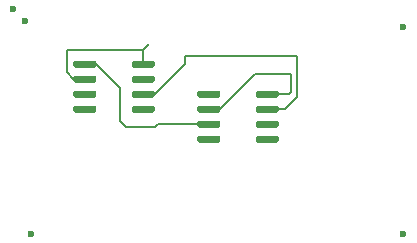
<source format=gtl>
G04 #@! TF.GenerationSoftware,KiCad,Pcbnew,8.0.9-8.0.9-0~ubuntu24.04.1*
G04 #@! TF.CreationDate,2025-11-26T22:56:42+00:00*
G04 #@! TF.ProjectId,greenenergyecu,67726565-6e65-46e6-9572-67796563752e,rev?*
G04 #@! TF.SameCoordinates,Original*
G04 #@! TF.FileFunction,Copper,L1,Top*
G04 #@! TF.FilePolarity,Positive*
%FSLAX46Y46*%
G04 Gerber Fmt 4.6, Leading zero omitted, Abs format (unit mm)*
G04 Created by KiCad (PCBNEW 8.0.9-8.0.9-0~ubuntu24.04.1) date 2025-11-26 22:56:42*
%MOMM*%
%LPD*%
G01*
G04 APERTURE LIST*
G04 #@! TA.AperFunction,ViaPad*
%ADD10C,0.600000*%
G04 #@! TD*
G04 #@! TA.AperFunction,Conductor*
%ADD11C,0.200000*%
G04 #@! TD*
G04 APERTURE END LIST*
G04 #@! TO.P,U2,1,GND*
G04 #@! TO.N,Net-(U1-Q)*
G04 #@! TA.AperFunction,SMDPad,CuDef*
G36*
G01*
X4075000Y-3840000D02*
X4075000Y-3540000D01*
G75*
G02*
X4225000Y-3390000I150000J0D01*
G01*
X5875000Y-3390000D01*
G75*
G02*
X6025000Y-3540000I0J-150000D01*
G01*
X6025000Y-3840000D01*
G75*
G02*
X5875000Y-3990000I-150000J0D01*
G01*
X4225000Y-3990000D01*
G75*
G02*
X4075000Y-3840000I0J150000D01*
G01*
G37*
G04 #@! TD.AperFunction*
G04 #@! TO.P,U2,2,TR*
G04 #@! TO.N,Net-(U2-TR)*
G04 #@! TA.AperFunction,SMDPad,CuDef*
G36*
G01*
X4075000Y-5110000D02*
X4075000Y-4810000D01*
G75*
G02*
X4225000Y-4660000I150000J0D01*
G01*
X5875000Y-4660000D01*
G75*
G02*
X6025000Y-4810000I0J-150000D01*
G01*
X6025000Y-5110000D01*
G75*
G02*
X5875000Y-5260000I-150000J0D01*
G01*
X4225000Y-5260000D01*
G75*
G02*
X4075000Y-5110000I0J150000D01*
G01*
G37*
G04 #@! TD.AperFunction*
G04 #@! TO.P,U2,3,Q*
G04 #@! TO.N,unconnected-(U2-Q-Pad3)*
G04 #@! TA.AperFunction,SMDPad,CuDef*
G36*
G01*
X4075000Y-6380000D02*
X4075000Y-6080000D01*
G75*
G02*
X4225000Y-5930000I150000J0D01*
G01*
X5875000Y-5930000D01*
G75*
G02*
X6025000Y-6080000I0J-150000D01*
G01*
X6025000Y-6380000D01*
G75*
G02*
X5875000Y-6530000I-150000J0D01*
G01*
X4225000Y-6530000D01*
G75*
G02*
X4075000Y-6380000I0J150000D01*
G01*
G37*
G04 #@! TD.AperFunction*
G04 #@! TO.P,U2,4,R*
G04 #@! TO.N,unconnected-(U2-R-Pad4)*
G04 #@! TA.AperFunction,SMDPad,CuDef*
G36*
G01*
X4075000Y-7650000D02*
X4075000Y-7350000D01*
G75*
G02*
X4225000Y-7200000I150000J0D01*
G01*
X5875000Y-7200000D01*
G75*
G02*
X6025000Y-7350000I0J-150000D01*
G01*
X6025000Y-7650000D01*
G75*
G02*
X5875000Y-7800000I-150000J0D01*
G01*
X4225000Y-7800000D01*
G75*
G02*
X4075000Y-7650000I0J150000D01*
G01*
G37*
G04 #@! TD.AperFunction*
G04 #@! TO.P,U2,5,CV*
G04 #@! TO.N,unconnected-(U2-CV-Pad5)*
G04 #@! TA.AperFunction,SMDPad,CuDef*
G36*
G01*
X9025000Y-7650000D02*
X9025000Y-7350000D01*
G75*
G02*
X9175000Y-7200000I150000J0D01*
G01*
X10825000Y-7200000D01*
G75*
G02*
X10975000Y-7350000I0J-150000D01*
G01*
X10975000Y-7650000D01*
G75*
G02*
X10825000Y-7800000I-150000J0D01*
G01*
X9175000Y-7800000D01*
G75*
G02*
X9025000Y-7650000I0J150000D01*
G01*
G37*
G04 #@! TD.AperFunction*
G04 #@! TO.P,U2,6,THR*
G04 #@! TO.N,Net-(U1-DIS)*
G04 #@! TA.AperFunction,SMDPad,CuDef*
G36*
G01*
X9025000Y-6380000D02*
X9025000Y-6080000D01*
G75*
G02*
X9175000Y-5930000I150000J0D01*
G01*
X10825000Y-5930000D01*
G75*
G02*
X10975000Y-6080000I0J-150000D01*
G01*
X10975000Y-6380000D01*
G75*
G02*
X10825000Y-6530000I-150000J0D01*
G01*
X9175000Y-6530000D01*
G75*
G02*
X9025000Y-6380000I0J150000D01*
G01*
G37*
G04 #@! TD.AperFunction*
G04 #@! TO.P,U2,7,DIS*
G04 #@! TO.N,unconnected-(U2-DIS-Pad7)*
G04 #@! TA.AperFunction,SMDPad,CuDef*
G36*
G01*
X9025000Y-5110000D02*
X9025000Y-4810000D01*
G75*
G02*
X9175000Y-4660000I150000J0D01*
G01*
X10825000Y-4660000D01*
G75*
G02*
X10975000Y-4810000I0J-150000D01*
G01*
X10975000Y-5110000D01*
G75*
G02*
X10825000Y-5260000I-150000J0D01*
G01*
X9175000Y-5260000D01*
G75*
G02*
X9025000Y-5110000I0J150000D01*
G01*
G37*
G04 #@! TD.AperFunction*
G04 #@! TO.P,U2,8,VCC*
G04 #@! TO.N,Net-(U2-TR)*
G04 #@! TA.AperFunction,SMDPad,CuDef*
G36*
G01*
X9025000Y-3840000D02*
X9025000Y-3540000D01*
G75*
G02*
X9175000Y-3390000I150000J0D01*
G01*
X10825000Y-3390000D01*
G75*
G02*
X10975000Y-3540000I0J-150000D01*
G01*
X10975000Y-3840000D01*
G75*
G02*
X10825000Y-3990000I-150000J0D01*
G01*
X9175000Y-3990000D01*
G75*
G02*
X9025000Y-3840000I0J150000D01*
G01*
G37*
G04 #@! TD.AperFunction*
G04 #@! TD*
G04 #@! TO.P,U1,1,GND*
G04 #@! TO.N,unconnected-(U1-GND-Pad1)*
G04 #@! TA.AperFunction,SMDPad,CuDef*
G36*
G01*
X14575000Y-6380000D02*
X14575000Y-6080000D01*
G75*
G02*
X14725000Y-5930000I150000J0D01*
G01*
X16375000Y-5930000D01*
G75*
G02*
X16525000Y-6080000I0J-150000D01*
G01*
X16525000Y-6380000D01*
G75*
G02*
X16375000Y-6530000I-150000J0D01*
G01*
X14725000Y-6530000D01*
G75*
G02*
X14575000Y-6380000I0J150000D01*
G01*
G37*
G04 #@! TD.AperFunction*
G04 #@! TO.P,U1,2,TR*
G04 #@! TO.N,Net-(U1-TR)*
G04 #@! TA.AperFunction,SMDPad,CuDef*
G36*
G01*
X14575000Y-7650000D02*
X14575000Y-7350000D01*
G75*
G02*
X14725000Y-7200000I150000J0D01*
G01*
X16375000Y-7200000D01*
G75*
G02*
X16525000Y-7350000I0J-150000D01*
G01*
X16525000Y-7650000D01*
G75*
G02*
X16375000Y-7800000I-150000J0D01*
G01*
X14725000Y-7800000D01*
G75*
G02*
X14575000Y-7650000I0J150000D01*
G01*
G37*
G04 #@! TD.AperFunction*
G04 #@! TO.P,U1,3,Q*
G04 #@! TO.N,Net-(U1-Q)*
G04 #@! TA.AperFunction,SMDPad,CuDef*
G36*
G01*
X14575000Y-8920000D02*
X14575000Y-8620000D01*
G75*
G02*
X14725000Y-8470000I150000J0D01*
G01*
X16375000Y-8470000D01*
G75*
G02*
X16525000Y-8620000I0J-150000D01*
G01*
X16525000Y-8920000D01*
G75*
G02*
X16375000Y-9070000I-150000J0D01*
G01*
X14725000Y-9070000D01*
G75*
G02*
X14575000Y-8920000I0J150000D01*
G01*
G37*
G04 #@! TD.AperFunction*
G04 #@! TO.P,U1,4,R*
G04 #@! TO.N,unconnected-(U1-R-Pad4)*
G04 #@! TA.AperFunction,SMDPad,CuDef*
G36*
G01*
X14575000Y-10190000D02*
X14575000Y-9890000D01*
G75*
G02*
X14725000Y-9740000I150000J0D01*
G01*
X16375000Y-9740000D01*
G75*
G02*
X16525000Y-9890000I0J-150000D01*
G01*
X16525000Y-10190000D01*
G75*
G02*
X16375000Y-10340000I-150000J0D01*
G01*
X14725000Y-10340000D01*
G75*
G02*
X14575000Y-10190000I0J150000D01*
G01*
G37*
G04 #@! TD.AperFunction*
G04 #@! TO.P,U1,5,CV*
G04 #@! TO.N,unconnected-(U1-CV-Pad5)*
G04 #@! TA.AperFunction,SMDPad,CuDef*
G36*
G01*
X19525000Y-10190000D02*
X19525000Y-9890000D01*
G75*
G02*
X19675000Y-9740000I150000J0D01*
G01*
X21325000Y-9740000D01*
G75*
G02*
X21475000Y-9890000I0J-150000D01*
G01*
X21475000Y-10190000D01*
G75*
G02*
X21325000Y-10340000I-150000J0D01*
G01*
X19675000Y-10340000D01*
G75*
G02*
X19525000Y-10190000I0J150000D01*
G01*
G37*
G04 #@! TD.AperFunction*
G04 #@! TO.P,U1,6,THR*
G04 #@! TO.N,unconnected-(U1-THR-Pad6)*
G04 #@! TA.AperFunction,SMDPad,CuDef*
G36*
G01*
X19525000Y-8920000D02*
X19525000Y-8620000D01*
G75*
G02*
X19675000Y-8470000I150000J0D01*
G01*
X21325000Y-8470000D01*
G75*
G02*
X21475000Y-8620000I0J-150000D01*
G01*
X21475000Y-8920000D01*
G75*
G02*
X21325000Y-9070000I-150000J0D01*
G01*
X19675000Y-9070000D01*
G75*
G02*
X19525000Y-8920000I0J150000D01*
G01*
G37*
G04 #@! TD.AperFunction*
G04 #@! TO.P,U1,7,DIS*
G04 #@! TO.N,Net-(U1-DIS)*
G04 #@! TA.AperFunction,SMDPad,CuDef*
G36*
G01*
X19525000Y-7650000D02*
X19525000Y-7350000D01*
G75*
G02*
X19675000Y-7200000I150000J0D01*
G01*
X21325000Y-7200000D01*
G75*
G02*
X21475000Y-7350000I0J-150000D01*
G01*
X21475000Y-7650000D01*
G75*
G02*
X21325000Y-7800000I-150000J0D01*
G01*
X19675000Y-7800000D01*
G75*
G02*
X19525000Y-7650000I0J150000D01*
G01*
G37*
G04 #@! TD.AperFunction*
G04 #@! TO.P,U1,8,VCC*
G04 #@! TO.N,Net-(U1-TR)*
G04 #@! TA.AperFunction,SMDPad,CuDef*
G36*
G01*
X19525000Y-6380000D02*
X19525000Y-6080000D01*
G75*
G02*
X19675000Y-5930000I150000J0D01*
G01*
X21325000Y-5930000D01*
G75*
G02*
X21475000Y-6080000I0J-150000D01*
G01*
X21475000Y-6380000D01*
G75*
G02*
X21325000Y-6530000I-150000J0D01*
G01*
X19675000Y-6530000D01*
G75*
G02*
X19525000Y-6380000I0J150000D01*
G01*
G37*
G04 #@! TD.AperFunction*
G04 #@! TD*
D10*
G04 #@! TO.N,*
X0Y-40000D03*
X-1000000Y960000D03*
X500000Y-18040000D03*
X32000000Y-18040000D03*
X32000000Y-540000D03*
G04 #@! TD*
D11*
G04 #@! TO.N,Net-(U1-DIS)*
X10000000Y-6230000D02*
X10974999Y-6230000D01*
X13500000Y-3704999D02*
X13500000Y-3000000D01*
X10974999Y-6230000D02*
X13500000Y-3704999D01*
X13500000Y-3000000D02*
X23000000Y-3000000D01*
X23000000Y-3000000D02*
X23000000Y-6500000D01*
X23000000Y-6500000D02*
X22000000Y-7500000D01*
X22000000Y-7500000D02*
X20500000Y-7500000D01*
G04 #@! TO.N,Net-(U1-Q)*
X8000000Y-8500000D02*
X8500000Y-9000000D01*
X5050000Y-3690000D02*
X6024999Y-3690000D01*
X8500000Y-9000000D02*
X11000000Y-9000000D01*
X8000000Y-5665001D02*
X8000000Y-8500000D01*
X11000000Y-9000000D02*
X11230000Y-8770000D01*
X6024999Y-3690000D02*
X8000000Y-5665001D01*
X11230000Y-8770000D02*
X15550000Y-8770000D01*
G04 #@! TO.N,Net-(U1-TR)*
X15550000Y-7500000D02*
X16524999Y-7500000D01*
X22500000Y-6040000D02*
X22310000Y-6230000D01*
X19484999Y-4540000D02*
X22500000Y-4540000D01*
X22500000Y-4540000D02*
X22500000Y-6040000D01*
X16524999Y-7500000D02*
X19484999Y-4540000D01*
X22310000Y-6230000D02*
X20500000Y-6230000D01*
G04 #@! TO.N,Net-(U2-TR)*
X5050000Y-4960000D02*
X4075001Y-4960000D01*
X3500000Y-4384999D02*
X3500000Y-2500000D01*
X3500000Y-2500000D02*
X10000000Y-2500000D01*
X10000000Y-2500000D02*
X10000000Y-3690000D01*
X10000000Y-2500000D02*
X10500000Y-2000000D01*
X4075001Y-4960000D02*
X3500000Y-4384999D01*
G04 #@! TD*
M02*

</source>
